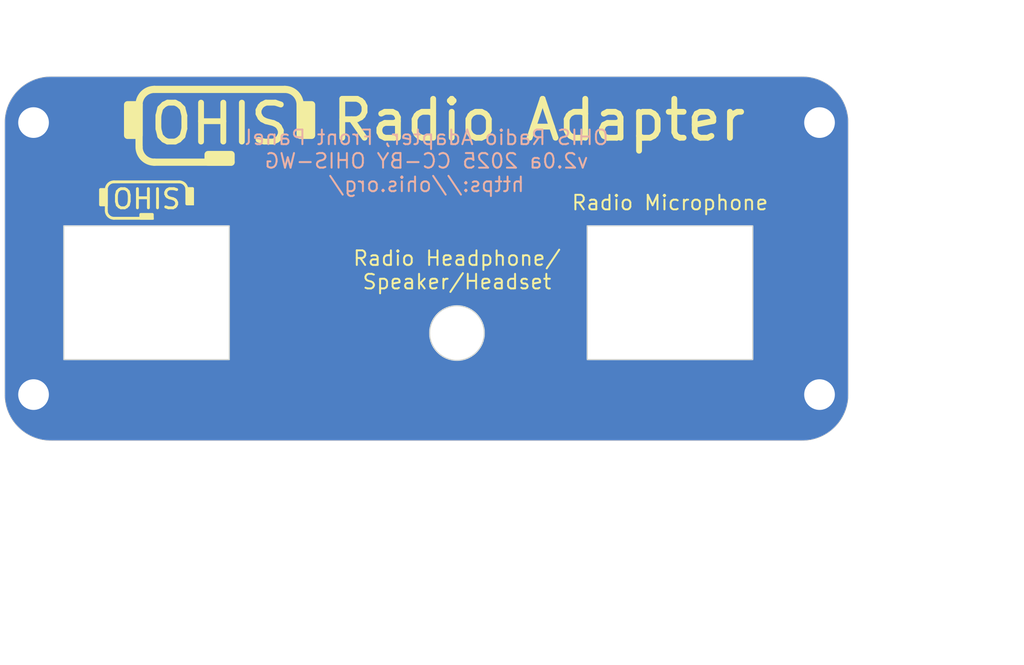
<source format=kicad_pcb>
(kicad_pcb (version 20241229) (generator "pcbnew") (generator_version "9.0")
  (layers (0 "F.Cu" signal) (2 "B.Cu" signal) (13 "F.Paste" user) (15 "B.Paste" user) (5 "F.SilkS" user "F.Silkscreen") (7 "B.SilkS" user "B.Silkscreen") (1 "F.Mask" user) (3 "B.Mask" user) (25 "Edge.Cuts" user))
  (net 0 "")
  (net 1 "GND")
  (footprint "Libraries:Conn_RJ45_Panel_Amphenol-RJCSE-538X" (layer "F.Cu") (at 171.45 127)
    (property "Reference" "G1" (hide yes))
    (property "Value" "RJ45 Microphone")
    (fp_rect (start -8.635 -13.72) (end 8.635 0.25) (stroke (width 0.12)) (fill no) (layer "Edge.Cuts"))
  )
  (footprint "MountingHole:MountingHole_3.2mm_M3_DIN965_Pad" (layer "F.Cu") (at 105.05 102.5)
    (property "Reference" "H1" (hide yes))
    (property "Value" "M3")
    (pad "1" thru_hole circle (at 0 0) (size 5.6 5.6) (drill 3.2) (layers "*.Cu" "*.Mask") (net 1 "GND"))
  )
  (footprint "Libraries:Board_100x88x38_Aluminum_Case_Panel" (layer "F.Cu") (at 146.05 116.7)
    (property "Reference" "G4" (hide yes))
    (property "Value" "Case Panel")
  )
  (footprint "Libraries:Conn_3.5mm_Panel_TRRS-PJ-393_C668609" (layer "F.Cu") (at 149.225 127)
    (property "Reference" "G3" (hide yes))
    (property "Value" "3.5mm TRRS Headphone")
    (fp_circle (center 0 -2.525) (end 2.85 -2.525) (stroke (width 0.12)) (fill no) (layer "Edge.Cuts"))
  )
  (footprint "MountingHole:MountingHole_3.2mm_M3_DIN965_Pad" (layer "F.Cu") (at 105.05 130.9)
    (property "Reference" "H3" (hide yes))
    (property "Value" "M3")
    (pad "1" thru_hole circle (at 0 0) (size 5.6 5.6) (drill 3.2) (layers "*.Cu" "*.Mask") (net 1 "GND"))
  )
  (footprint "OHIS:Logo_OHIS_Large" (layer "F.Cu") (at 124.46 102.584999)
    (property "Reference" "G7" (hide yes))
    (property "Value" "OHIS Logo" (hide yes))
    (fp_line (start -8.4 -1.95) (end -8.4 2.449999) (stroke (width 0.75)) (layer "F.SilkS"))
    (fp_line (start 1.199999 4.05) (end -6.799999 4.049999) (stroke (width 0.75)) (layer "F.SilkS"))
    (fp_line (start 6.799999 -3.549999) (end -6.8 -3.55) (stroke (width 0.75)) (layer "F.SilkS"))
    (fp_rect (start -8.4 -1.95) (end -9.6 1.25) (stroke (width 0.75)) (fill yes) (layer "F.SilkS"))
    (fp_rect (start 1.199999 3.25) (end -1.2 4.05) (stroke (width 0.75)) (fill yes) (layer "F.SilkS"))
    (fp_rect (start 9.599999 -1.949999) (end 8.399999 1.25) (stroke (width 0.75)) (fill yes) (layer "F.SilkS"))
    (fp_arc (start -8.4 -1.95) (mid -7.931371 -3.081371) (end -6.8 -3.55) (stroke (width 0.75)) (layer "F.SilkS"))
    (fp_arc (start -6.799999 4.049999) (mid -7.93137 3.58137) (end -8.399999 2.449999) (stroke (width 0.75)) (layer "F.SilkS"))
    (fp_arc (start 6.799999 -3.549999) (mid 7.93137 -3.08137) (end 8.399999 -1.949999) (stroke (width 0.75)) (layer "F.SilkS"))
    (fp_text user "OHIS" (at -0.000001 0.05 0) (layer "F.SilkS") (effects (font (size 4.064 4.064) (thickness 0.6096))))
  )
  (footprint "OHIS:Conn_GX16_Panel" (layer "F.Cu") (at 171.45 127)
    (property "Reference" "G6" (hide yes))
    (property "Value" "GX16 Microphone")
  )
  (footprint "MountingHole:MountingHole_3.2mm_M3_DIN965_Pad" (layer "F.Cu") (at 187.05 102.5)
    (property "Reference" "H2" (hide yes))
    (property "Value" "M3")
    (pad "1" thru_hole circle (at 0 0) (size 5.6 5.6) (drill 3.2) (layers "*.Cu" "*.Mask") (net 1 "GND"))
  )
  (footprint "OHIS:Logo_OHIS_Medium" (layer "F.Cu") (at 116.84 110.49)
    (property "Reference" "G5" (hide yes))
    (property "Value" "OHIS Logo" (hide yes))
    (fp_line (start -4.200001 1.2) (end -4.2 -1) (stroke (width 0.3)) (layer "F.SilkS"))
    (fp_line (start 0.6 2) (end -3.400001 2) (stroke (width 0.3)) (layer "F.SilkS"))
    (fp_line (start 3.4 -1.8) (end -3.4 -1.8) (stroke (width 0.3)) (layer "F.SilkS"))
    (fp_rect (start -4.2 0.6) (end -4.8 -1) (stroke (width 0.3)) (fill yes) (layer "F.SilkS"))
    (fp_rect (start 0.6 2) (end -0.6 1.6) (stroke (width 0.3)) (fill yes) (layer "F.SilkS"))
    (fp_rect (start 4.8 0.5) (end 4.2 -1.1) (stroke (width 0.3)) (fill yes) (layer "F.SilkS"))
    (fp_arc (start -4.2 -1) (mid -3.965685 -1.565685) (end -3.4 -1.8) (stroke (width 0.3)) (layer "F.SilkS"))
    (fp_arc (start -3.400001 2) (mid -3.965686 1.765685) (end -4.200001 1.2) (stroke (width 0.3)) (layer "F.SilkS"))
    (fp_arc (start 3.4 -1.8) (mid 3.965685 -1.565685) (end 4.2 -1) (stroke (width 0.3)) (layer "F.SilkS"))
    (fp_text user "OHIS" (at 0 0 0) (layer "F.SilkS") (effects (font (size 2 2) (thickness 0.3))))
  )
  (footprint "MountingHole:MountingHole_3.2mm_M3_DIN965_Pad" (layer "F.Cu") (at 187.05 130.9)
    (property "Reference" "H4" (hide yes))
    (property "Value" "M3")
    (pad "1" thru_hole circle (at 0 0) (size 5.6 5.6) (drill 3.2) (layers "*.Cu" "*.Mask") (net 1 "GND"))
  )
  (footprint "Libraries:Conn_RJ45_Panel_Amphenol-RJCSE-538X" (layer "F.Cu") (at 116.84 127)
    (property "Reference" "G2" (hide yes))
    (property "Value" "RJ45 OHIS")
    (fp_rect (start -8.635 -13.72) (end 8.635 0.25) (stroke (width 0.12)) (fill no) (layer "Edge.Cuts"))
  )
  (gr_arc (start 106.85 135.7) (mid 103.455887 134.294113) (end 102.05 130.9) (stroke (width 0.05)) (layer "Edge.Cuts"))
  (gr_line (start 190.05 130.9) (end 190.05 102.5) (stroke (width 0.05)) (layer "Edge.Cuts"))
  (gr_arc (start 102.05 102.5) (mid 103.455887 99.105887) (end 106.85 97.7) (stroke (width 0.05)) (layer "Edge.Cuts"))
  (gr_arc (start 185.25 97.7) (mid 188.644113 99.105887) (end 190.05 102.5) (stroke (width 0.05)) (layer "Edge.Cuts"))
  (gr_line (start 102.05 102.5) (end 102.05 130.9) (stroke (width 0.05)) (layer "Edge.Cuts"))
  (gr_line (start 106.85 135.7) (end 185.25 135.7) (stroke (width 0.05)) (layer "Edge.Cuts"))
  (gr_arc (start 190.05 130.9) (mid 188.644113 134.294113) (end 185.25 135.7) (stroke (width 0.05)) (layer "Edge.Cuts"))
  (gr_line (start 185.25 97.7) (end 106.85 97.7) (stroke (width 0.05)) (layer "Edge.Cuts"))
  (gr_text "Radio Microphone" (at 171.45 111.76 0) (layer "F.SilkS") (effects (font (size 1.524 1.524) (thickness 0.2032)) (justify bottom)))
  (gr_text "Radio Headphone/\nSpeaker/Headset" (at 149.225 120.015 0) (layer "F.SilkS") (effects (font (size 1.524 1.524) (thickness 0.2032)) (justify bottom)))
  (gr_text "Radio Adapter" (at 135.89 102.235 0) (layer "F.SilkS") (effects (font (size 4.064 4.064) (thickness 0.6096)) (justify left)))
  (gr_text "OHIS Radio Adapter, Front Panel\nv2.0a 2025 CC-BY OHIS-WG\nhttps://ohis.org/" (at 146.05 109.855 0) (layer "B.SilkS") (effects (font (size 1.524 1.524) (thickness 0.2032)) (justify bottom mirror)))
  (zone (net 1) (net_name "GND") (layers "F.Cu" "B.Cu") (connect_pads yes (clearance 0.5)) (min_thickness 0.25) (fill yes (thermal_gap 0.5) (thermal_bridge_width 0.5))
    (polygon (pts (xy 101.6 97.155) (xy 190.5 97.155) (xy 190.5 136.525) (xy 101.6 136.525)))
  )
)
</source>
